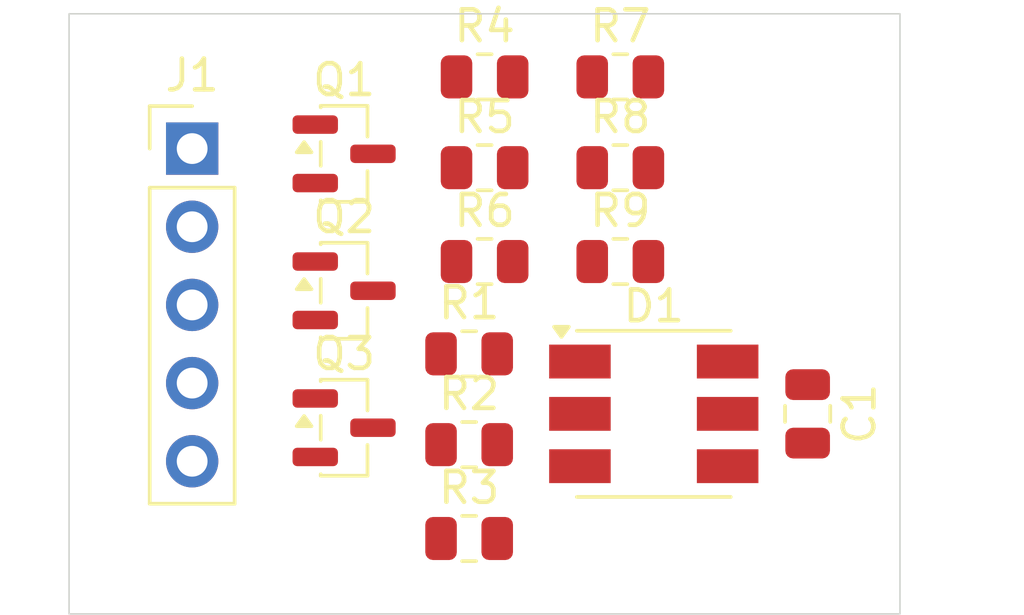
<source format=kicad_pcb>
(kicad_pcb (version 20241229) (generator "pcbnew") (generator_version "9.0")
  (layers (0 "F.Cu" signal) (2 "B.Cu" signal) (13 "F.Paste" user) (15 "B.Paste" user) (5 "F.SilkS" user "F.Silkscreen") (7 "B.SilkS" user "B.Silkscreen") (1 "F.Mask" user) (3 "B.Mask" user) (25 "Edge.Cuts" user))
  (net 0 "")
  (net 1 "GND")
  (net 3 "VCC")
  (net 4 "Net-(D1-GK)")
  (net 5 "Net-(D1-RK)")
  (net 6 "Net-(D1-BK)")
  (net 9 "Net-(J1-Pin_3)")
  (net 10 "Net-(J1-Pin_4)")
  (net 12 "Net-(Q1-G)")
  (net 13 "Net-(Q1-D)")
  (net 14 "Net-(Q2-D)")
  (net 15 "Net-(Q2-G)")
  (net 16 "Net-(Q3-D)")
  (net 17 "Net-(Q3-G)")
  (footprint "Package_TO_SOT_SMD:SOT-23" (layer "F.Cu") (at 124.9375 90)
    (property "Reference" "Q2" (at 0 -2.4 0) (layer "F.SilkS"))
    (property "Value" "Q_NMOS_GDS")
    (fp_line (start -0.76 -1.56) (end 0.76 -1.56) (stroke (width 0.12)) (layer "F.SilkS"))
    (fp_line (start -0.76 -1.51) (end -0.76 -1.56) (stroke (width 0.12)) (layer "F.SilkS"))
    (fp_line (start -0.76 0.39) (end -0.76 -0.39) (stroke (width 0.12)) (layer "F.SilkS"))
    (fp_line (start -0.76 1.56) (end -0.76 1.51) (stroke (width 0.12)) (layer "F.SilkS"))
    (fp_line (start 0.76 -1.56) (end 0.76 -0.56) (stroke (width 0.12)) (layer "F.SilkS"))
    (fp_line (start 0.76 0.56) (end 0.76 1.56) (stroke (width 0.12)) (layer "F.SilkS"))
    (fp_line (start 0.76 1.56) (end -0.76 1.56) (stroke (width 0.12)) (layer "F.SilkS"))
    (fp_poly (pts (xy -1.3 -0.38) (xy -1.06 -0.05) (xy -1.54 -0.05)) (stroke (width 0.12)) (fill yes) (layer "F.SilkS"))
    (pad "1" smd roundrect (at -0.9375 -0.95) (size 1.475 0.6) (layers "F.Cu" "F.Mask" "F.Paste") (net 15 "Net-(Q2-G)"))
    (pad "2" smd roundrect (at -0.9375 0.95) (size 1.475 0.6) (layers "F.Cu" "F.Mask" "F.Paste") (net 14 "Net-(Q2-D)"))
    (pad "3" smd roundrect (at 0.9375 0) (size 1.475 0.6) (layers "F.Cu" "F.Mask" "F.Paste") (net 1 "GND"))
  )
  (footprint "Package_TO_SOT_SMD:SOT-23" (layer "F.Cu") (at 124.9375 85.55)
    (property "Reference" "Q1" (at 0 -2.4 0) (layer "F.SilkS"))
    (property "Value" "Q_NMOS_GDS")
    (fp_line (start -0.76 -1.56) (end 0.76 -1.56) (stroke (width 0.12)) (layer "F.SilkS"))
    (fp_line (start -0.76 -1.51) (end -0.76 -1.56) (stroke (width 0.12)) (layer "F.SilkS"))
    (fp_line (start -0.76 0.39) (end -0.76 -0.39) (stroke (width 0.12)) (layer "F.SilkS"))
    (fp_line (start -0.76 1.56) (end -0.76 1.51) (stroke (width 0.12)) (layer "F.SilkS"))
    (fp_line (start 0.76 -1.56) (end 0.76 -0.56) (stroke (width 0.12)) (layer "F.SilkS"))
    (fp_line (start 0.76 0.56) (end 0.76 1.56) (stroke (width 0.12)) (layer "F.SilkS"))
    (fp_line (start 0.76 1.56) (end -0.76 1.56) (stroke (width 0.12)) (layer "F.SilkS"))
    (fp_poly (pts (xy -1.3 -0.38) (xy -1.06 -0.05) (xy -1.54 -0.05)) (stroke (width 0.12)) (fill yes) (layer "F.SilkS"))
    (pad "1" smd roundrect (at -0.9375 -0.95) (size 1.475 0.6) (layers "F.Cu" "F.Mask" "F.Paste") (net 12 "Net-(Q1-G)"))
    (pad "2" smd roundrect (at -0.9375 0.95) (size 1.475 0.6) (layers "F.Cu" "F.Mask" "F.Paste") (net 13 "Net-(Q1-D)"))
    (pad "3" smd roundrect (at 0.9375 0) (size 1.475 0.6) (layers "F.Cu" "F.Mask" "F.Paste") (net 1 "GND"))
  )
  (footprint "LED_SMD:LED_RGB_5050-6" (layer "F.Cu") (at 135 94)
    (property "Reference" "D1" (at 0 -3.5 180) (layer "F.SilkS"))
    (property "Value" "LED_RGB")
    (fp_line (start -2.5 -2.7) (end 2.5 -2.7) (stroke (width 0.12)) (layer "F.SilkS"))
    (fp_line (start 2.5 2.7) (end -2.5 2.7) (stroke (width 0.12)) (layer "F.SilkS"))
    (fp_poly (pts (xy -3 -2.5) (xy -3.24 -2.83) (xy -2.76 -2.83) (xy -3 -2.5)) (stroke (width 0.12)) (fill yes) (layer "F.SilkS"))
    (pad "1" smd rect (at -2.4 -1.7 90) (size 1.1 2) (layers "F.Cu" "F.Mask" "F.Paste") (net 5 "Net-(D1-RK)"))
    (pad "2" smd rect (at -2.4 0 90) (size 1.1 2) (layers "F.Cu" "F.Mask" "F.Paste") (net 4 "Net-(D1-GK)"))
    (pad "3" smd rect (at -2.4 1.7 90) (size 1.1 2) (layers "F.Cu" "F.Mask" "F.Paste") (net 6 "Net-(D1-BK)"))
    (pad "4" smd rect (at 2.4 1.7 90) (size 1.1 2) (layers "F.Cu" "F.Mask" "F.Paste") (net 3 "VCC"))
    (pad "5" smd rect (at 2.4 0 90) (size 1.1 2) (layers "F.Cu" "F.Mask" "F.Paste") (net 3 "VCC"))
    (pad "6" smd rect (at 2.4 -1.7 90) (size 1.1 2) (layers "F.Cu" "F.Mask" "F.Paste") (net 3 "VCC"))
  )
  (footprint "Resistor_SMD:R_0805_2012Metric" (layer "F.Cu") (at 133.9125 86)
    (property "Reference" "R8" (at 0 -1.65 0) (layer "F.SilkS"))
    (property "Value" "100Ω")
    (fp_line (start -0.227064 -0.735) (end 0.227064 -0.735) (stroke (width 0.12)) (layer "F.SilkS"))
    (fp_line (start -0.227064 0.735) (end 0.227064 0.735) (stroke (width 0.12)) (layer "F.SilkS"))
    (pad "1" smd roundrect (at -0.9125 0) (size 1.025 1.4) (layers "F.Cu" "F.Mask" "F.Paste") (roundrect_rratio 0.243902) (net 10 "Net-(J1-Pin_4)"))
    (pad "2" smd roundrect (at 0.9125 0) (size 1.025 1.4) (layers "F.Cu" "F.Mask" "F.Paste") (roundrect_rratio 0.243902) (net 17 "Net-(Q3-G)"))
  )
  (footprint "Resistor_SMD:R_0805_2012Metric" (layer "F.Cu") (at 129.5025 83.05)
    (property "Reference" "R4" (at 0 -1.65 0) (layer "F.SilkS"))
    (property "Value" "100Ω")
    (fp_line (start -0.227064 -0.735) (end 0.227064 -0.735) (stroke (width 0.12)) (layer "F.SilkS"))
    (fp_line (start -0.227064 0.735) (end 0.227064 0.735) (stroke (width 0.12)) (layer "F.SilkS"))
    (pad "1" smd roundrect (at -0.9125 0) (size 1.025 1.4) (layers "F.Cu" "F.Mask" "F.Paste") (roundrect_rratio 0.243902))
    (pad "2" smd roundrect (at 0.9125 0) (size 1.025 1.4) (layers "F.Cu" "F.Mask" "F.Paste") (roundrect_rratio 0.243902) (net 12 "Net-(Q1-G)"))
  )
  (footprint "Resistor_SMD:R_0805_2012Metric" (layer "F.Cu") (at 129.5025 86)
    (property "Reference" "R5" (at 0 -1.65 0) (layer "F.SilkS"))
    (property "Value" "100k")
    (fp_line (start -0.227064 -0.735) (end 0.227064 -0.735) (stroke (width 0.12)) (layer "F.SilkS"))
    (fp_line (start -0.227064 0.735) (end 0.227064 0.735) (stroke (width 0.12)) (layer "F.SilkS"))
    (pad "1" smd roundrect (at -0.9125 0) (size 1.025 1.4) (layers "F.Cu" "F.Mask" "F.Paste") (roundrect_rratio 0.243902) (net 12 "Net-(Q1-G)"))
    (pad "2" smd roundrect (at 0.9125 0) (size 1.025 1.4) (layers "F.Cu" "F.Mask" "F.Paste") (roundrect_rratio 0.243902) (net 1 "GND"))
  )
  (footprint "Connector_PinHeader_2.54mm:PinHeader_1x05_P2.54mm_Vertical" (layer "F.Cu") (at 120 85.38)
    (property "Reference" "J1" (at 0 -2.38 0) (layer "F.SilkS"))
    (property "Value" "Conn_01x05_Pin")
    (fp_line (start -1.38 -1.38) (end 0 -1.38) (stroke (width 0.12)) (layer "F.SilkS"))
    (fp_line (start -1.38 0) (end -1.38 -1.38) (stroke (width 0.12)) (layer "F.SilkS"))
    (fp_line (start -1.38 1.27) (end -1.38 11.54) (stroke (width 0.12)) (layer "F.SilkS"))
    (fp_line (start -1.38 1.27) (end 1.38 1.27) (stroke (width 0.12)) (layer "F.SilkS"))
    (fp_line (start -1.38 11.54) (end 1.38 11.54) (stroke (width 0.12)) (layer "F.SilkS"))
    (fp_line (start 1.38 1.27) (end 1.38 11.54) (stroke (width 0.12)) (layer "F.SilkS"))
    (pad "1" thru_hole rect (at 0 0) (size 1.7 1.7) (drill 1) (layers "*.Cu" "*.Mask"))
    (pad "2" thru_hole circle (at 0 2.54) (size 1.7 1.7) (drill 1) (layers "*.Cu" "*.Mask"))
    (pad "3" thru_hole circle (at 0 5.08) (size 1.7 1.7) (drill 1) (layers "*.Cu" "*.Mask") (net 9 "Net-(J1-Pin_3)"))
    (pad "4" thru_hole circle (at 0 7.62) (size 1.7 1.7) (drill 1) (layers "*.Cu" "*.Mask") (net 10 "Net-(J1-Pin_4)"))
    (pad "5" thru_hole circle (at 0 10.16) (size 1.7 1.7) (drill 1) (layers "*.Cu" "*.Mask"))
  )
  (footprint "Resistor_SMD:R_0805_2012Metric" (layer "F.Cu") (at 129 92.05)
    (property "Reference" "R1" (at 0 -1.65 0) (layer "F.SilkS"))
    (property "Value" "330Ω")
    (fp_line (start -0.227064 -0.735) (end 0.227064 -0.735) (stroke (width 0.12)) (layer "F.SilkS"))
    (fp_line (start -0.227064 0.735) (end 0.227064 0.735) (stroke (width 0.12)) (layer "F.SilkS"))
    (pad "1" smd roundrect (at -0.9125 0) (size 1.025 1.4) (layers "F.Cu" "F.Mask" "F.Paste") (roundrect_rratio 0.243902) (net 5 "Net-(D1-RK)"))
    (pad "2" smd roundrect (at 0.9125 0) (size 1.025 1.4) (layers "F.Cu" "F.Mask" "F.Paste") (roundrect_rratio 0.243902) (net 13 "Net-(Q1-D)"))
  )
  (footprint "Resistor_SMD:R_0805_2012Metric" (layer "F.Cu") (at 129.5025 89.05)
    (property "Reference" "R6" (at 0 -1.65 0) (layer "F.SilkS"))
    (property "Value" "100Ω")
    (fp_line (start -0.227064 -0.735) (end 0.227064 -0.735) (stroke (width 0.12)) (layer "F.SilkS"))
    (fp_line (start -0.227064 0.735) (end 0.227064 0.735) (stroke (width 0.12)) (layer "F.SilkS"))
    (pad "1" smd roundrect (at -0.9125 0) (size 1.025 1.4) (layers "F.Cu" "F.Mask" "F.Paste") (roundrect_rratio 0.243902) (net 9 "Net-(J1-Pin_3)"))
    (pad "2" smd roundrect (at 0.9125 0) (size 1.025 1.4) (layers "F.Cu" "F.Mask" "F.Paste") (roundrect_rratio 0.243902) (net 15 "Net-(Q2-G)"))
  )
  (footprint "MountingHole:MountingHole_2.1mm" (layer "F.Cu") (at 139 86)
    (property "Reference" "H1" (hide yes))
    (property "Value" "MountingHole_2.1mm")
    (pad "" np_thru_hole circle (at 0 0) (size 2.1 2.1) (drill 2.1) (layers "*.Cu" "*.Mask"))
  )
  (footprint "Resistor_SMD:R_0805_2012Metric" (layer "F.Cu") (at 133.9125 83.05)
    (property "Reference" "R7" (at 0 -1.65 0) (layer "F.SilkS"))
    (property "Value" "100k")
    (fp_line (start -0.227064 -0.735) (end 0.227064 -0.735) (stroke (width 0.12)) (layer "F.SilkS"))
    (fp_line (start -0.227064 0.735) (end 0.227064 0.735) (stroke (width 0.12)) (layer "F.SilkS"))
    (pad "1" smd roundrect (at -0.9125 0) (size 1.025 1.4) (layers "F.Cu" "F.Mask" "F.Paste") (roundrect_rratio 0.243902) (net 15 "Net-(Q2-G)"))
    (pad "2" smd roundrect (at 0.9125 0) (size 1.025 1.4) (layers "F.Cu" "F.Mask" "F.Paste") (roundrect_rratio 0.243902) (net 1 "GND"))
  )
  (footprint "Capacitor_SMD:C_0805_2012Metric" (layer "F.Cu") (at 140 94 -90)
    (property "Reference" "C1" (at 0 -1.68 90) (layer "F.SilkS"))
    (property "Value" "0.1μF")
    (fp_line (start -0.261252 0.735) (end 0.261252 0.735) (stroke (width 0.12)) (layer "F.SilkS"))
    (fp_line (start -0.261252 -0.735) (end 0.261252 -0.735) (stroke (width 0.12)) (layer "F.SilkS"))
    (pad "1" smd roundrect (at -0.95 0 270) (size 1 1.45) (layers "F.Cu" "F.Mask" "F.Paste"))
    (pad "2" smd roundrect (at 0.95 0 270) (size 1 1.45) (layers "F.Cu" "F.Mask" "F.Paste") (net 1 "GND"))
  )
  (footprint "Resistor_SMD:R_0805_2012Metric" (layer "F.Cu") (at 133.9125 89.05)
    (property "Reference" "R9" (at 0 -1.65 0) (layer "F.SilkS"))
    (property "Value" "100k")
    (fp_line (start -0.227064 -0.735) (end 0.227064 -0.735) (stroke (width 0.12)) (layer "F.SilkS"))
    (fp_line (start -0.227064 0.735) (end 0.227064 0.735) (stroke (width 0.12)) (layer "F.SilkS"))
    (pad "1" smd roundrect (at -0.9125 0) (size 1.025 1.4) (layers "F.Cu" "F.Mask" "F.Paste") (roundrect_rratio 0.243902) (net 1 "GND"))
    (pad "2" smd roundrect (at 0.9125 0) (size 1.025 1.4) (layers "F.Cu" "F.Mask" "F.Paste") (roundrect_rratio 0.243902) (net 17 "Net-(Q3-G)"))
  )
  (footprint "Package_TO_SOT_SMD:SOT-23" (layer "F.Cu") (at 124.9375 94.45)
    (property "Reference" "Q3" (at 0 -2.4 0) (layer "F.SilkS"))
    (property "Value" "Q_NMOS_GDS")
    (fp_line (start -0.76 -1.56) (end 0.76 -1.56) (stroke (width 0.12)) (layer "F.SilkS"))
    (fp_line (start -0.76 -1.51) (end -0.76 -1.56) (stroke (width 0.12)) (layer "F.SilkS"))
    (fp_line (start -0.76 0.39) (end -0.76 -0.39) (stroke (width 0.12)) (layer "F.SilkS"))
    (fp_line (start -0.76 1.56) (end -0.76 1.51) (stroke (width 0.12)) (layer "F.SilkS"))
    (fp_line (start 0.76 -1.56) (end 0.76 -0.56) (stroke (width 0.12)) (layer "F.SilkS"))
    (fp_line (start 0.76 0.56) (end 0.76 1.56) (stroke (width 0.12)) (layer "F.SilkS"))
    (fp_line (start 0.76 1.56) (end -0.76 1.56) (stroke (width 0.12)) (layer "F.SilkS"))
    (fp_poly (pts (xy -1.3 -0.38) (xy -1.06 -0.05) (xy -1.54 -0.05)) (stroke (width 0.12)) (fill yes) (layer "F.SilkS"))
    (pad "1" smd roundrect (at -0.9375 -0.95) (size 1.475 0.6) (layers "F.Cu" "F.Mask" "F.Paste") (net 17 "Net-(Q3-G)"))
    (pad "2" smd roundrect (at -0.9375 0.95) (size 1.475 0.6) (layers "F.Cu" "F.Mask" "F.Paste") (net 16 "Net-(Q3-D)"))
    (pad "3" smd roundrect (at 0.9375 0) (size 1.475 0.6) (layers "F.Cu" "F.Mask" "F.Paste") (net 1 "GND"))
  )
  (footprint "Resistor_SMD:R_0805_2012Metric" (layer "F.Cu") (at 129 98.05)
    (property "Reference" "R3" (at 0 -1.65 0) (layer "F.SilkS"))
    (property "Value" "330Ω")
    (fp_line (start -0.227064 -0.735) (end 0.227064 -0.735) (stroke (width 0.12)) (layer "F.SilkS"))
    (fp_line (start -0.227064 0.735) (end 0.227064 0.735) (stroke (width 0.12)) (layer "F.SilkS"))
    (pad "1" smd roundrect (at -0.9125 0) (size 1.025 1.4) (layers "F.Cu" "F.Mask" "F.Paste") (roundrect_rratio 0.243902) (net 16 "Net-(Q3-D)"))
    (pad "2" smd roundrect (at 0.9125 0) (size 1.025 1.4) (layers "F.Cu" "F.Mask" "F.Paste") (roundrect_rratio 0.243902) (net 6 "Net-(D1-BK)"))
  )
  (footprint "Resistor_SMD:R_0805_2012Metric" (layer "F.Cu") (at 129 95)
    (property "Reference" "R2" (at 0 -1.65 0) (layer "F.SilkS"))
    (property "Value" "330Ω")
    (fp_line (start -0.227064 -0.735) (end 0.227064 -0.735) (stroke (width 0.12)) (layer "F.SilkS"))
    (fp_line (start -0.227064 0.735) (end 0.227064 0.735) (stroke (width 0.12)) (layer "F.SilkS"))
    (pad "1" smd roundrect (at -0.9125 0) (size 1.025 1.4) (layers "F.Cu" "F.Mask" "F.Paste") (roundrect_rratio 0.243902) (net 14 "Net-(Q2-D)"))
    (pad "2" smd roundrect (at 0.9125 0) (size 1.025 1.4) (layers "F.Cu" "F.Mask" "F.Paste") (roundrect_rratio 0.243902) (net 4 "Net-(D1-GK)"))
  )
  (gr_rect (start 116 81) (end 143 100.5) (stroke (width 0.05)) (fill no) (layer "Edge.Cuts"))
)
</source>
